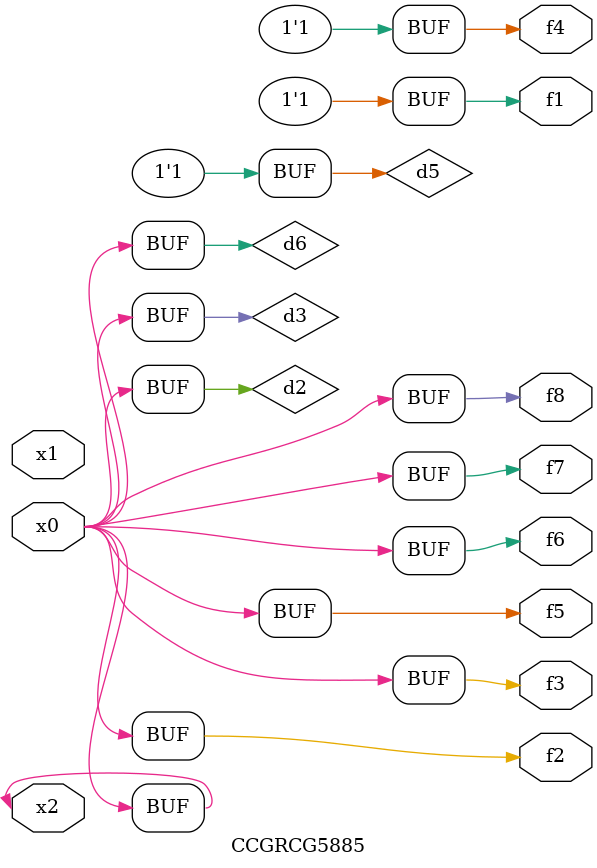
<source format=v>
module CCGRCG5885(
	input x0, x1, x2,
	output f1, f2, f3, f4, f5, f6, f7, f8
);

	wire d1, d2, d3, d4, d5, d6;

	xnor (d1, x2);
	buf (d2, x0, x2);
	and (d3, x0);
	xnor (d4, x1, x2);
	nand (d5, d1, d3);
	buf (d6, d2, d3);
	assign f1 = d5;
	assign f2 = d6;
	assign f3 = d6;
	assign f4 = d5;
	assign f5 = d6;
	assign f6 = d6;
	assign f7 = d6;
	assign f8 = d6;
endmodule

</source>
